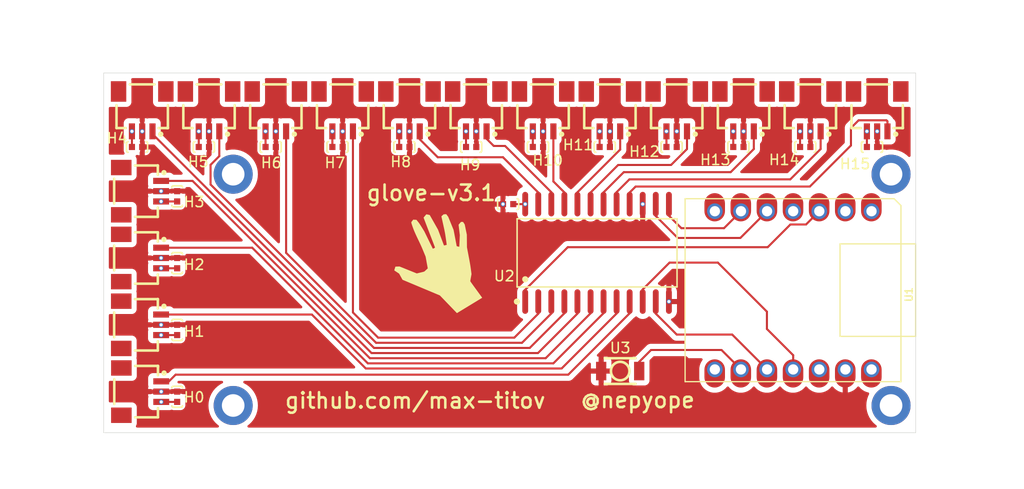
<source format=kicad_pcb>
(kicad_pcb (version 20240108) (generator "pcbnew") (generator_version "8.0")
  (layers (0 "F.Cu" signal) (1 "In1.Cu" power "VCC") (2 "In2.Cu" power "GND") (31 "B.Cu" signal) (34 "B.Paste" user) (35 "F.Paste" user) (36 "B.SilkS" user "B.Silkscreen") (37 "F.SilkS" user "F.Silkscreen") (38 "B.Mask" user) (39 "F.Mask" user) (44 "Edge.Cuts" user))
  (net 0 "")
  (net 1 "/HALL_0")
  (net 2 "GND")
  (net 3 "+3V3")
  (net 10 "/S0")
  (net 11 "/S2")
  (net 12 "/S1")
  (net 13 "/MUX_OUT")
  (net 14 "/S3")
  (net 15 "/HALL_9")
  (net 16 "/HALL_10")
  (net 17 "/HALL_15")
  (net 18 "/HALL_12")
  (net 19 "/HALL_3")
  (net 20 "/HALL_14")
  (net 21 "/HALL_2")
  (net 22 "/HALL_6")
  (net 23 "/HALL_4")
  (net 24 "/HALL_5")
  (net 25 "/HALL_1")
  (net 26 "/HALL_8")
  (net 27 "/HALL_11")
  (net 28 "/HALL_7")
  (net 29 "/HALL_13")
  (net 30 "Net-(U1-PA7_A8_D8_SCK)")
  (footprint "0_easyeda2kicad:C0402" (layer "F.Cu") (at 150.2 31.9 180)
    (property "Reference" "C11" (hide yes))
    (property "Value" "C-0402-0.1uF-16V" (hide yes))
    (pad "1" smd rect (at -0.5 0 180) (size 0.6 0.6) (layers "F.Cu" "F.Paste" "F.Mask") (net 2 "GND"))
    (pad "2" smd rect (at 0.5 0 180) (size 0.6 0.6) (layers "F.Cu" "F.Paste" "F.Mask") (net 3 "+3V3"))
  )
  (footprint "0_easyeda2kicad:C0402" (layer "F.Cu") (at 169.7 31.9 180)
    (property "Reference" "C14" (hide yes))
    (property "Value" "C-0402-0.1uF-16V" (hide yes))
    (pad "1" smd rect (at -0.5 0 180) (size 0.6 0.6) (layers "F.Cu" "F.Paste" "F.Mask") (net 2 "GND"))
    (pad "2" smd rect (at 0.5 0 180) (size 0.6 0.6) (layers "F.Cu" "F.Paste" "F.Mask") (net 3 "+3V3"))
  )
  (footprint "0_easyeda2kicad:C0402" (layer "F.Cu") (at 176.2 31.9 180)
    (property "Reference" "C15" (hide yes))
    (property "Value" "C-0402-0.1uF-16V" (hide yes))
    (pad "1" smd rect (at -0.5 0 180) (size 0.6 0.6) (layers "F.Cu" "F.Paste" "F.Mask") (net 2 "GND"))
    (pad "2" smd rect (at 0.5 0 180) (size 0.6 0.6) (layers "F.Cu" "F.Paste" "F.Mask") (net 3 "+3V3"))
  )
  (footprint "0_easyeda2kicad:CONN-SMD_SM03B-SRSS-TB-LF-SN-P" (layer "F.Cu") (at 163.7 28.44 180)
    (property "Reference" "H13" (at 2.75 -4.71 180) (layer "F.SilkS"))
    (property "Value" "JST-SM03B" (hide yes))
    (pad "1" smd rect (at -1 -1.94 180) (size 0.6 1.55) (layers "F.Cu" "F.Paste" "F.Mask") (net 29 "/HALL_13"))
    (pad "2" smd rect (at 0 -1.94 180) (size 0.6 1.55) (layers "F.Cu" "F.Paste" "F.Mask") (net 2 "GND"))
    (pad "3" smd rect (at 1 -1.94 180) (size 0.6 1.55) (layers "F.Cu" "F.Paste" "F.Mask") (net 3 "+3V3"))
    (pad "4" smd rect (at 2.3 1.94 180) (size 1.5 2) (layers "F.Cu" "F.Paste" "F.Mask"))
    (pad "5" smd rect (at -2.3 1.94 180) (size 1.5 2) (layers "F.Cu" "F.Paste" "F.Mask"))
  )
  (footprint "0_MountingHole:MountingHole_2.2mm_M2_DIN965_Pad" (layer "F.Cu") (at 114.05 34.55)
    (property "Reference" "REF**" (hide yes))
    (property "Value" "MountingHole_2.2mm_M2_DIN965_Pad" (hide yes))
    (pad "1" thru_hole circle (at 0 0) (size 3.8 3.8) (drill 2.2) (layers "*.Cu" "*.Mask"))
  )
  (footprint "0_easyeda2kicad:CONN-SMD_SM03B-SRSS-TB-LF-SN-P" (layer "F.Cu") (at 137.7 28.44 180)
    (property "Reference" "H9" (at 0.6 -5.21 180) (layer "F.SilkS"))
    (property "Value" "JST-SM03B" (hide yes))
    (pad "1" smd rect (at -1 -1.94 180) (size 0.6 1.55) (layers "F.Cu" "F.Paste" "F.Mask") (net 15 "/HALL_9"))
    (pad "2" smd rect (at 0 -1.94 180) (size 0.6 1.55) (layers "F.Cu" "F.Paste" "F.Mask") (net 2 "GND"))
    (pad "3" smd rect (at 1 -1.94 180) (size 0.6 1.55) (layers "F.Cu" "F.Paste" "F.Mask") (net 3 "+3V3"))
    (pad "4" smd rect (at 2.3 1.94 180) (size 1.5 2) (layers "F.Cu" "F.Paste" "F.Mask"))
    (pad "5" smd rect (at -2.3 1.94 180) (size 1.5 2) (layers "F.Cu" "F.Paste" "F.Mask"))
  )
  (footprint "0_easyeda2kicad:CONN-SMD_SM03B-SRSS-TB-LF-SN-P" (layer "F.Cu") (at 170.2 28.44 180)
    (property "Reference" "H14" (at 2.55 -4.71 180) (layer "F.SilkS"))
    (property "Value" "JST-SM03B" (hide yes))
    (pad "1" smd rect (at -1 -1.94 180) (size 0.6 1.55) (layers "F.Cu" "F.Paste" "F.Mask") (net 20 "/HALL_14"))
    (pad "2" smd rect (at 0 -1.94 180) (size 0.6 1.55) (layers "F.Cu" "F.Paste" "F.Mask") (net 2 "GND"))
    (pad "3" smd rect (at 1 -1.94 180) (size 0.6 1.55) (layers "F.Cu" "F.Paste" "F.Mask") (net 3 "+3V3"))
    (pad "4" smd rect (at 2.3 1.94 180) (size 1.5 2) (layers "F.Cu" "F.Paste" "F.Mask"))
    (pad "5" smd rect (at -2.3 1.94 180) (size 1.5 2) (layers "F.Cu" "F.Paste" "F.Mask"))
  )
  (footprint "0_easyeda2kicad:CONN-SMD_SM03B-SRSS-TB-LF-SN-P" (layer "F.Cu") (at 105.1 42.7 -90)
    (property "Reference" "H2" (at 0.65 -5.15 180) (layer "F.SilkS"))
    (property "Value" "JST-SM03B" (hide yes))
    (pad "1" smd rect (at -1 -1.94 270) (size 0.6 1.55) (layers "F.Cu" "F.Paste" "F.Mask") (net 21 "/HALL_2"))
    (pad "2" smd rect (at 0 -1.94 270) (size 0.6 1.55) (layers "F.Cu" "F.Paste" "F.Mask") (net 2 "GND"))
    (pad "3" smd rect (at 1 -1.94 270) (size 0.6 1.55) (layers "F.Cu" "F.Paste" "F.Mask") (net 3 "+3V3"))
    (pad "4" smd rect (at 2.3 1.94 270) (size 1.5 2) (layers "F.Cu" "F.Paste" "F.Mask"))
    (pad "5" smd rect (at -2.3 1.94 270) (size 1.5 2) (layers "F.Cu" "F.Paste" "F.Mask"))
  )
  (footprint "0_easyeda2kicad:C0402" (layer "F.Cu") (at 108.6 36.7 -90)
    (property "Reference" "C3" (hide yes))
    (property "Value" "C-0402-0.1uF-16V" (hide yes))
    (pad "1" smd rect (at -0.5 0 270) (size 0.6 0.6) (layers "F.Cu" "F.Paste" "F.Mask") (net 2 "GND"))
    (pad "2" smd rect (at 0.5 0 270) (size 0.6 0.6) (layers "F.Cu" "F.Paste" "F.Mask") (net 3 "+3V3"))
  )
  (footprint "0_easyeda2kicad:C0402" (layer "F.Cu") (at 111.2 31.9 180)
    (property "Reference" "C5" (hide yes))
    (property "Value" "C-0402-0.1uF-16V" (hide yes))
    (pad "1" smd rect (at -0.5 0 180) (size 0.6 0.6) (layers "F.Cu" "F.Paste" "F.Mask") (net 2 "GND"))
    (pad "2" smd rect (at 0.5 0 180) (size 0.6 0.6) (layers "F.Cu" "F.Paste" "F.Mask") (net 3 "+3V3"))
  )
  (footprint "0_easyeda2kicad:CONN-SMD_SM03B-SRSS-TB-LF-SN-P" (layer "F.Cu") (at 105.1 36.2 -90)
    (property "Reference" "H3" (at 1.05 -5.15 180) (layer "F.SilkS"))
    (property "Value" "JST-SM03B" (hide yes))
    (pad "1" smd rect (at -1 -1.94 270) (size 0.6 1.55) (layers "F.Cu" "F.Paste" "F.Mask") (net 19 "/HALL_3"))
    (pad "2" smd rect (at 0 -1.94 270) (size 0.6 1.55) (layers "F.Cu" "F.Paste" "F.Mask") (net 2 "GND"))
    (pad "3" smd rect (at 1 -1.94 270) (size 0.6 1.55) (layers "F.Cu" "F.Paste" "F.Mask") (net 3 "+3V3"))
    (pad "4" smd rect (at 2.3 1.94 270) (size 1.5 2) (layers "F.Cu" "F.Paste" "F.Mask"))
    (pad "5" smd rect (at -2.3 1.94 270) (size 1.5 2) (layers "F.Cu" "F.Paste" "F.Mask"))
  )
  (footprint "0_easyeda2kicad:C0402" (layer "F.Cu") (at 108.6 56.2 -90)
    (property "Reference" "C0" (hide yes))
    (property "Value" "C-0402-0.1uF-16V" (hide yes))
    (pad "1" smd rect (at -0.5 0 270) (size 0.6 0.6) (layers "F.Cu" "F.Paste" "F.Mask") (net 2 "GND"))
    (pad "2" smd rect (at 0.5 0 270) (size 0.6 0.6) (layers "F.Cu" "F.Paste" "F.Mask") (net 3 "+3V3"))
  )
  (footprint "0_easyeda2kicad:KEY-SMD_L3.0-W2.5-LS4.0_TD-1183SN" (layer "F.Cu") (at 151.7 53.7 180)
    (property "Reference" "U3" (at 0 2.25 180) (layer "F.SilkS"))
    (property "Value" "2.5x3mm-BUTTON" (hide yes))
    (pad "1" smd rect (at -1.85 0 270) (size 1.8 1) (layers "F.Cu" "F.Paste" "F.Mask") (net 30 "Net-(U1-PA7_A8_D8_SCK)"))
    (pad "2" smd rect (at 1.85 0 270) (size 1.8 1) (layers "F.Cu" "F.Paste" "F.Mask") (net 2 "GND"))
  )
  (footprint "0_MountingHole:MountingHole_2.2mm_M2_DIN965_Pad" (layer "F.Cu") (at 178.05 57.05)
    (property "Reference" "REF**" (hide yes))
    (property "Value" "MountingHole_2.2mm_M2_DIN965_Pad" (hide yes))
    (pad "1" thru_hole circle (at 0 0) (size 3.8 3.8) (drill 2.2) (layers "*.Cu" "*.Mask"))
  )
  (footprint "0_easyeda2kicad:C0402" (layer "F.Cu") (at 137.2 31.9 180)
    (property "Reference" "C9" (hide yes))
    (property "Value" "C-0402-0.1uF-16V" (hide yes))
    (pad "1" smd rect (at -0.5 0 180) (size 0.6 0.6) (layers "F.Cu" "F.Paste" "F.Mask") (net 2 "GND"))
    (pad "2" smd rect (at 0.5 0 180) (size 0.6 0.6) (layers "F.Cu" "F.Paste" "F.Mask") (net 3 "+3V3"))
  )
  (footprint "0_easyeda2kicad:C0402" (layer "F.Cu") (at 104.7 31.9 180)
    (property "Reference" "C4" (hide yes))
    (property "Value" "C-0402-0.1uF-16V" (hide yes))
    (pad "1" smd rect (at -0.5 0 180) (size 0.6 0.6) (layers "F.Cu" "F.Paste" "F.Mask") (net 2 "GND"))
    (pad "2" smd rect (at 0.5 0 180) (size 0.6 0.6) (layers "F.Cu" "F.Paste" "F.Mask") (net 3 "+3V3"))
  )
  (footprint "0_easyeda2kicad:CONN-SMD_SM03B-SRSS-TB-LF-SN-P" (layer "F.Cu") (at 144.2 28.44 180)
    (property "Reference" "H10" (at -0.45 -4.76 180) (layer "F.SilkS"))
    (property "Value" "JST-SM03B" (hide yes))
    (pad "1" smd rect (at -1 -1.94 180) (size 0.6 1.55) (layers "F.Cu" "F.Paste" "F.Mask") (net 16 "/HALL_10"))
    (pad "2" smd rect (at 0 -1.94 180) (size 0.6 1.55) (layers "F.Cu" "F.Paste" "F.Mask") (net 2 "GND"))
    (pad "3" smd rect (at 1 -1.94 180) (size 0.6 1.55) (layers "F.Cu" "F.Paste" "F.Mask") (net 3 "+3V3"))
    (pad "4" smd rect (at 2.3 1.94 180) (size 1.5 2) (layers "F.Cu" "F.Paste" "F.Mask"))
    (pad "5" smd rect (at -2.3 1.94 180) (size 1.5 2) (layers "F.Cu" "F.Paste" "F.Mask"))
  )
  (footprint "0_easyeda2kicad:CONN-SMD_SM03B-SRSS-TB-LF-SN-P" (layer "F.Cu") (at 157.2 28.44 180)
    (property "Reference" "H12" (at 3.15 -3.91 180) (layer "F.SilkS"))
    (property "Value" "JST-SM03B" (hide yes))
    (pad "1" smd rect (at -1 -1.94 180) (size 0.6 1.55) (layers "F.Cu" "F.Paste" "F.Mask") (net 18 "/HALL_12"))
    (pad "2" smd rect (at 0 -1.94 180) (size 0.6 1.55) (layers "F.Cu" "F.Paste" "F.Mask") (net 2 "GND"))
    (pad "3" smd rect (at 1 -1.94 180) (size 0.6 1.55) (layers "F.Cu" "F.Paste" "F.Mask") (net 3 "+3V3"))
    (pad "4" smd rect (at 2.3 1.94 180) (size 1.5 2) (layers "F.Cu" "F.Paste" "F.Mask"))
    (pad "5" smd rect (at -2.3 1.94 180) (size 1.5 2) (layers "F.Cu" "F.Paste" "F.Mask"))
  )
  (footprint "0_MountingHole:MountingHole_2.2mm_M2_DIN965_Pad" (layer "F.Cu") (at 114.05 57.05)
    (property "Reference" "REF**" (hide yes))
    (property "Value" "MountingHole_2.2mm_M2_DIN965_Pad" (hide yes))
    (pad "1" thru_hole circle (at 0 0) (size 3.8 3.8) (drill 2.2) (layers "*.Cu" "*.Mask"))
  )
  (footprint "0_easyeda2kicad:C0402" (layer "F.Cu") (at 156.7 31.9 180)
    (property "Reference" "C12" (hide yes))
    (property "Value" "C-0402-0.1uF-16V" (hide yes))
    (pad "1" smd rect (at -0.5 0 180) (size 0.6 0.6) (layers "F.Cu" "F.Paste" "F.Mask") (net 2 "GND"))
    (pad "2" smd rect (at 0.5 0 180) (size 0.6 0.6) (layers "F.Cu" "F.Paste" "F.Mask") (net 3 "+3V3"))
  )
  (footprint "0_easyeda2kicad:CONN-SMD_SM03B-SRSS-TB-LF-SN-P" (layer "F.Cu") (at 105.1 49.2 -90)
    (property "Reference" "H1" (at 0.65 -5.15 180) (layer "F.SilkS"))
    (property "Value" "JST-SM03B" (hide yes))
    (pad "1" smd rect (at -1 -1.94 270) (size 0.6 1.55) (layers "F.Cu" "F.Paste" "F.Mask") (net 25 "/HALL_1"))
    (pad "2" smd rect (at 0 -1.94 270) (size 0.6 1.55) (layers "F.Cu" "F.Paste" "F.Mask") (net 2 "GND"))
    (pad "3" smd rect (at 1 -1.94 270) (size 0.6 1.55) (layers "F.Cu" "F.Paste" "F.Mask") (net 3 "+3V3"))
    (pad "4" smd rect (at 2.3 1.94 270) (size 1.5 2) (layers "F.Cu" "F.Paste" "F.Mask"))
    (pad "5" smd rect (at -2.3 1.94 270) (size 1.5 2) (layers "F.Cu" "F.Paste" "F.Mask"))
  )
  (footprint "0_easyeda2kicad:C0402" (layer "F.Cu") (at 130.7 31.9 180)
    (property "Reference" "C8" (hide yes))
    (property "Value" "C-0402-0.1uF-16V" (hide yes))
    (pad "1" smd rect (at -0.5 0 180) (size 0.6 0.6) (layers "F.Cu" "F.Paste" "F.Mask") (net 2 "GND"))
    (pad "2" smd rect (at 0.5 0 180) (size 0.6 0.6) (layers "F.Cu" "F.Paste" "F.Mask") (net 3 "+3V3"))
  )
  (footprint "0_easyeda2kicad:C0402" (layer "F.Cu") (at 108.6 49.7 -90)
    (property "Reference" "C1" (hide yes))
    (property "Value" "C-0402-0.1uF-16V" (hide yes))
    (pad "1" smd rect (at -0.5 0 270) (size 0.6 0.6) (layers "F.Cu" "F.Paste" "F.Mask") (net 2 "GND"))
    (pad "2" smd rect (at 0.5 0 270) (size 0.6 0.6) (layers "F.Cu" "F.Paste" "F.Mask") (net 3 "+3V3"))
  )
  (footprint "0_xiao_ESP32C3_PCB:MOUDLE14P-SMD-2.54-21X17.8MM" (layer "F.Cu") (at 158.0144 36.9308 -90)
    (property "Reference" "U1" (at 9.3345 -21.7805 -90) (layer "F.SilkS") (effects (font (size 0.7 0.7))))
    (property "Value" "XIAO-ESP32C3")
    (pad "1" smd roundrect (at 0.835 -18.12 270) (size 2.75 2) (layers "F.Cu" "F.Paste" "F.Mask") (roundrect_rratio 0.5))
    (pad "1" thru_hole circle (at 1.2192 -18.1356 270) (size 1.524 1.524) (drill 1) (layers "*.Cu" "*.Mask"))
    (pad "2" smd roundrect (at 0.835 -15.58 270) (size 2.75 2) (layers "F.Cu" "F.Paste" "F.Mask") (roundrect_rratio 0.5))
    (pad "2" thru_hole circle (at 1.2192 -15.5956 270) (size 1.524 1.524) (drill 1) (layers "*.Cu" "*.Mask"))
    (pad "3" smd roundrect (at 0.835 -13.04 270) (size 2.75 2) (layers "F.Cu" "F.Paste" "F.Mask") (roundrect_rratio 0.5) (net 13 "/MUX_OUT"))
    (pad "3" thru_hole circle (at 1.2192 -13.0556 270) (size 1.524 1.524) (drill 1) (layers "*.Cu" "*.Mask") (net 13 "/MUX_OUT"))
    (pad "4" smd roundrect (at 0.835 -10.5 270) (size 2.75 2) (layers "F.Cu" "F.Paste" "F.Mask") (roundrect_rratio 0.5))
    (pad "4" thru_hole circle (at 1.2192 -10.5156 270) (size 1.524 1.524) (drill 1) (layers "*.Cu" "*.Mask"))
    (pad "5" smd roundrect (at 0.835 -7.96 270) (size 2.75 2) (layers "F.Cu" "F.Paste" "F.Mask") (roundrect_rratio 0.5) (net 11 "/S2"))
    (pad "5" thru_hole circle (at 1.2192 -7.9756 270) (size 1.524 1.524) (drill 1) (layers "*.Cu" "*.Mask") (net 11 "/S2"))
    (pad "6" smd roundrect (at 0.835 -5.42 270) (size 2.75 2) (layers "F.Cu" "F.Paste" "F.Mask") (roundrect_rratio 0.5) (net 14 "/S3"))
    (pad "6" thru_hole circle (at 1.2192 -5.4356 270) (size 1.524 1.524) (drill 1) (layers "*.Cu" "*.Mask") (net 14 "/S3"))
    (pad "7" smd roundrect (at 0.835 -2.88 270) (size 2.75 2) (layers "F.Cu" "F.Paste" "F.Mask") (roundrect_rratio 0.5))
    (pad "7" thru_hole circle (at 1.2192 -2.8956 270) (size 1.524 1.524) (drill 1) (layers "*.Cu" "*.Mask"))
    (pad "8" thru_hole circle (at 16.6116 -2.8956 270) (size 1.524 1.524) (drill 1) (layers "*.Cu" "*.Mask"))
    (pad "8" smd roundrect (at 17 -2.88 270) (size 2.75 2) (layers "F.Cu" "F.Paste" "F.Mask") (roundrect_rratio 0.5))
    (pad "9" thru_hole circle (at 16.6116 -5.4356 270) (size 1.524 1.524) (drill 1) (layers "*.Cu" "*.Mask") (net 30 "Net-(U1-PA7_A8_D8_SCK)"))
    (pad "9" smd roundrect (at 17 -5.42 270) (size 2.75 2) (layers "F.Cu" "F.Paste" "F.Mask") (roundrect_rratio 0.5) (net 30 "Net-(U1-PA7_A8_D8_SCK)"))
    (pad "10" thru_hole circle (at 16.6116 -7.9756 270) (size 1.524 1.524) (drill 1) (layers "*.Cu" "*.Mask") (net 12 "/S1"))
    (pad "10" smd roundrect (at 17 -7.96 270) (size 2.75 2) (layers "F.Cu" "F.Paste" "F.Mask") (roundrect_rratio 0.5) (net 12 "/S1"))
    (pad "11" thru_hole circle (at 16.6116 -10.5156 270) (size 1.524 1.524) (drill 1) (layers "*.Cu" "*.Mask") (net 10 "/S0"))
    (pad "11" smd roundrect (at 17 -10.5 270) (size 2.75 2) (layers "F.Cu" "F.Paste" "F.Mask") (roundrect_rratio 0.5) (net 10 "/S0"))
    (pad "12" thru_hole circle (at 16.6116 -13.0556 270) (size 1.524 1.524) (drill 1) (layers "*.Cu" "*.Mask") (net 3 "+3V3"))
    (pad "12" smd roundrect (at 17 -13.04 270) (size 2.75 2) (layers "F.Cu" "F.Paste" "F.Mask") (roundrect_rratio 0.5) (net 3 "+3V3"))
    (pad "13" thru_hole circle (at 16.6116 -15.5956 270) (size 1.524 1.524) (drill 1) (layers "*.Cu" "*.Mask") (net 2 "GND"))
    (pad "13" smd roundrect (at 17 -15.58 270) (size 2.75 2) (layers "F.Cu" "F.Paste" "F.Mask") (roundrect_rratio 0.5) (net 2 "GND"))
    (pad "14" thru_hole circle (at 16.6116 -18.1356 270) (size 1.524 1.524) (drill 1) (layers "*.Cu" "*.Mask"))
    (pad "14" smd roundrect (at 17 -18.12 270) (size 2.75 2) (layers "F.Cu" "F.Paste" "F.Mask") (roundrect_rratio 0.5))
    (zone (net 0) (net_name "") (layer "F.Cu") (connect_pads (clearance 0)) (min_thickness 0.01)
      (keepout (tracks not_allowed) (vias not_allowed) (pads not_allowed) (copperpour not_allowed) (footprints allowed))
      (fill (thermal_gap 0.508) (thermal_bridge_width 0.508))
      (polygon (pts (xy 161.1894 43.2808) (xy 161.1894 48.9958) (xy 158.6494 48.9958) (xy 158.6494 43.2808)))
    )
    (zone (net 0) (net_name "") (layer "F.Cu") (connect_pads (clearance 0)) (min_thickness 0.01)
      (keepout (tracks not_allowed) (vias not_allowed) (pads not_allowed) (copperpour not_allowed) (footprints allowed))
      (fill (thermal_gap 0.508) (thermal_bridge_width 0.508))
      (polygon (pts (xy 169.3174 46.7098) (xy 169.3174 49.7578) (xy 166.2694 49.7578) (xy 166.2694 46.7098)))
    )
    (zone (net 0) (net_name "") (layer "F.Cu") (connect_pads (clearance 0)) (min_thickness 0.01)
      (keepout (tracks not_allowed) (vias not_allowed) (pads not_allowed) (copperpour not_allowed) (footprints allowed))
      (fill (thermal_gap 0.508) (thermal_bridge_width 0.508))
      (polygon (pts (xy 170.7779 39.9153) (xy 170.7779 42.8363) (xy 168.7459 42.8363) (xy 168.7459 39.9153)))
    )
    (zone (net 0) (net_name "") (layer "F.Cu") (connect_pads (clearance 0)) (min_thickness 0.01)
      (keepout (tracks not_allowed) (vias not_allowed) (pads not_allowed) (copperpour not_allowed) (footprints allowed))
      (fill (thermal_gap 0.508) (thermal_bridge_width 0.508))
      (polygon (pts (xy 175.0324 40.6138) (xy 175.0324 42.3918) (xy 172.3654 42.3918) (xy 172.3654 40.6138)))
    )
    (zone (net 0) (net_name "") (layer "F.Cu") (connect_pads (clearance 0)) (min_thickness 0.01)
      (keepout (tracks not_allowed) (vias not_allowed) (pads not_allowed) (copperpour not_allowed) (footprints allowed))
      (fill (thermal_gap 0.508) (thermal_bridge_width 0.508))
      (polygon (pts (xy 175.0324 49.2498) (xy 175.0324 51.0278) (xy 172.3654 51.0278) (xy 172.3654 49.2498)))
    )
    (zone (net 0) (net_name "") (layer "F.Cu") (connect_pads (clearance 0)) (min_thickness 0.01)
      (keepout (tracks not_allowed) (vias not_allowed) (pads not_allowed) (copperpour not_allowed) (footprints allowed))
      (fill (thermal_gap 0.508) (thermal_bridge_width 0.508))
      (polygon (pts (xy 178.3344 43.2808) (xy 178.3344 48.4878) (xy 171.3494 48.4878) (xy 171.3494 43.2808)))
    )
    (zone (net 0) (net_name "") (layer "F.Cu") (connect_pads (clearance 0)) (min_thickness 0.01)
      (keepout (tracks not_allowed) (vias not_allowed) (pads not_allowed) (copperpour not_allowed) (footprints allowed))
      (fill (thermal_gap 0.508) (thermal_bridge_width 0.508))
      (polygon (pts (xy 179.0964 40.6138) (xy 179.0964 42.3918) (xy 176.4294 42.3918) (xy 176.4294 40.6138)))
    )
    (zone (net 0) (net_name "") (layer "F.Cu") (connect_pads (clearance 0)) (min_thickness 0.01)
      (keepout (tracks not_allowed) (vias not_allowed) (pads not_allowed) (copperpour not_allowed) (footprints allowed))
      (fill (thermal_gap 0.508) (thermal_bridge_width 0.508))
      (polygon (pts (xy 179.0964 49.2498) (xy 179.0964 51.0278) (xy 176.4294 51.0278) (xy 176.4294 49.2498)))
    )
  )
  (footprint "0_logos:glove-v1-10mm" (layer "F.Cu") (at 133.615395 43.017741)
    (property "Reference" "G***" (hide yes))
    (property "Value" "LOGO" (hide yes))
  )
  (footprint "0_easyeda2kicad:C0402" (layer "F.Cu") (at 108.6 43.2 -90)
    (property "Reference" "C2" (hide yes))
    (property "Value" "C-0402-0.1uF-16V" (hide yes))
    (pad "1" smd rect (at -0.5 0 270) (size 0.6 0.6) (layers "F.Cu" "F.Paste" "F.Mask") (net 2 "GND"))
    (pad "2" smd rect (at 0.5 0 270) (size 0.6 0.6) (layers "F.Cu" "F.Paste" "F.Mask") (net 3 "+3V3"))
  )
  (footprint "0_easyeda2kicad:C0402" (layer "F.Cu") (at 163.2 31.9 180)
    (property "Reference" "C13" (hide yes))
    (property "Value" "C-0402-0.1uF-16V" (hide yes))
    (pad "1" smd rect (at -0.5 0 180) (size 0.6 0.6) (layers "F.Cu" "F.Paste" "F.Mask") (net 2 "GND"))
    (pad "2" smd rect (at 0.5 0 180) (size 0.6 0.6) (layers "F.Cu" "F.Paste" "F.Mask") (net 3 "+3V3"))
  )
  (footprint "0_easyeda2kicad:C0402" (layer "F.Cu") (at 117.7 31.9 180)
    (property "Reference" "C6" (hide yes))
    (property "Value" "C-0402-0.1uF-16V" (hide yes))
    (pad "1" smd rect (at -0.5 0 180) (size 0.6 0.6) (layers "F.Cu" "F.Paste" "F.Mask") (net 2 "GND"))
    (pad "2" smd rect (at 0.5 0 180) (size 0.6 0.6) (layers "F.Cu" "F.Paste" "F.Mask") (net 3 "+3V3"))
  )
  (footprint "0_easyeda2kicad:CONN-SMD_SM03B-SRSS-TB-LF-SN-P" (layer "F.Cu") (at 150.7 28.44 180)
    (property "Reference" "H11" (at 3.1 -3.26 180) (layer "F.SilkS"))
    (property "Value" "JST-SM03B" (hide yes))
    (pad "1" smd rect (at -1 -1.94 180) (size 0.6 1.55) (layers "F.Cu" "F.Paste" "F.Mask") (net 27 "/HALL_11"))
    (pad "2" smd rect (at 0 -1.94 180) (size 0.6 1.55) (layers "F.Cu" "F.Paste" "F.Mask") (net 2 "GND"))
    (pad "3" smd rect (at 1 -1.94 180) (size 0.6 1.55) (layers "F.Cu" "F.Paste" "F.Mask") (net 3 "+3V3"))
    (pad "4" smd rect (at 2.3 1.94 180) (size 1.5 2) (layers "F.Cu" "F.Paste" "F.Mask"))
    (pad "5" smd rect (at -2.3 1.94 180) (size 1.5 2) (layers "F.Cu" "F.Paste" "F.Mask"))
  )
  (footprint "0_easyeda2kicad:SOIC-24_L15.4-W7.5-P1.27-LS10.3-BL" (layer "F.Cu") (at 149.45 42.2)
    (property "Reference" "U2" (at -9.03 2.26 0) (layer "F.SilkS"))
    (property "Value" "CD74HC4067M96" (hide yes))
    (pad "1" smd oval (at -6.99 4.74) (size 0.57 2.39) (layers "F.Cu" "F.Paste" "F.Mask") (net 13 "/MUX_OUT"))
    (pad "2" smd oval (at -5.72 4.74) (size 0.57 2.39) (layers "F.Cu" "F.Paste" "F.Mask") (net 28 "/HALL_7"))
    (pad "3" smd oval (at -4.45 4.74) (size 0.57 2.39) (layers "F.Cu" "F.Paste" "F.Mask") (net 22 "/HALL_6"))
    (pad "4" smd oval (at -3.18 4.74) (size 0.57 2.39) (layers "F.Cu" "F.Paste" "F.Mask") (net 24 "/HALL_5"))
    (pad "5" smd oval (at -1.91 4.74) (size 0.57 2.39) (layers "F.Cu" "F.Paste" "F.Mask") (net 23 "/HALL_4"))
    (pad "6" smd oval (at -0.63 4.74) (size 0.57 2.39) (layers "F.Cu" "F.Paste" "F.Mask") (net 19 "/HALL_3"))
    (pad "7" smd oval (at 0.63 4.74) (size 0.57 2.39) (layers "F.Cu" "F.Paste" "F.Mask") (net 21 "/HALL_2"))
    (pad "8" smd oval (at 1.9 4.74) (size 0.57 2.39) (layers "F.Cu" "F.Paste" "F.Mask") (net 25 "/HALL_1"))
    (pad "9" smd oval (at 3.17 4.74) (size 0.57 2.39) (layers "F.Cu" "F.Paste" "F.Mask") (net 1 "/HALL_0"))
    (pad "10" smd oval (at 4.44 4.74) (size 0.57 2.39) (layers "F.Cu" "F.Paste" "F.Mask") (net 10 "/S0"))
    (pad "11" smd oval (at 5.71 4.74) (size 0.57 2.39) (layers "F.Cu" "F.Paste" "F.Mask") (net 12 "/S1"))
    (pad "12" smd oval (at 6.99 4.74) (size 0.57 2.39) (layers "F.Cu" "F.Paste" "F.Mask") (net 2 "GND"))
    (pad "13" smd oval (at 6.99 -4.74) (size 0.57 2.39) (layers "F.Cu" "F.Paste" "F.Mask") (net 14 "/S3"))
    (pad "14" smd oval (at 5.71 -4.74) (size 0.57 2.39) (layers "F.Cu" "F.Paste" "F.Mask") (net 11 "/S2"))
    (pad "15" smd oval (at 4.44 -4.74) (size 0.57 2.39) (layers "F.Cu" "F.Paste" "F.Mask") (net 2 "GND"))
    (pad "16" smd oval (at 3.17 -4.74) (size 0.57 2.39) (layers "F.Cu" "F.Paste" "F.Mask") (net 17 "/HALL_15"))
    (pad "17" smd oval (at 1.9 -4.74) (size 0.57 2.39) (layers "F.Cu" "F.Paste" "F.Mask") (net 20 "/HALL_14"))
    (pad "18" smd oval (at 0.63 -4.74) (size 0.57 2.39) (layers "F.Cu" "F.Paste" "F.Mask") (net 29 "/HALL_13"))
    (pad "19" smd oval (at -0.63 -4.74) (size 0.57 2.39) (layers "F.Cu" "F.Paste" "F.Mask") (net 18 "/HALL_12"))
    (pad "20" smd oval (at -1.91 -4.74) (size 0.57 2.39) (layers "F.Cu" "F.Paste" "F.Mask") (net 27 "/HALL_11"))
    (pad "21" smd oval (at -3.18 -4.74) (size 0.57 2.39) (layers "F.Cu" "F.Paste" "F.Mask") (net 16 "/HALL_10"))
    (pad "22" smd oval (at -4.45 -4.74) (size 0.57 2.39) (layers "F.Cu" "F.Paste" "F.Mask") (net 15 "/HALL_9"))
    (pad "23" smd oval (at -5.72 -4.74) (size 0.57 2.39) (layers "F.Cu" "F.Paste" "F.Mask") (net 26 "/HALL_8"))
    (pad "24" smd oval (at -6.99 -4.74) (size 0.57 2.39) (layers "F.Cu" "F.Paste" "F.Mask") (net 3 "+3V3"))
  )
  (footprint "0_easyeda2kicad:CONN-SMD_SM03B-SRSS-TB-LF-SN-P" (layer "F.Cu") (at 118.2 28.44 180)
    (property "Reference" "H6" (at 0.45 -5.01 180) (layer "F.SilkS"))
    (property "Value" "JST-SM03B" (hide yes))
    (pad "1" smd rect (at -1 -1.94 180) (size 0.6 1.55) (layers "F.Cu" "F.Paste" "F.Mask") (net 22 "/HALL_6"))
    (pad "2" smd rect (at 0 -1.94 180) (size 0.6 1.55) (layers "F.Cu" "F.Paste" "F.Mask") (net 2 "GND"))
    (pad "3" smd rect (at 1 -1.94 180) (size 0.6 1.55) (layers "F.Cu" "F.Paste" "F.Mask") (net 3 "+3V3"))
    (pad "4" smd rect (at 2.3 1.94 180) (size 1.5 2) (layers "F.Cu" "F.Paste" "F.Mask"))
    (pad "5" smd rect (at -2.3 1.94 180) (size 1.5 2) (layers "F.Cu" "F.Paste" "F.Mask"))
  )
  (footprint "0_logos:hand-10mm" (layer "F.Cu") (at 133.665395 43.017741)
    (property "Reference" "G***" (hide yes))
    (property "Value" "LOGO" (hide yes))
  )
  (footprint "0_easyeda2kicad:CONN-SMD_SM03B-SRSS-TB-LF-SN-P" (layer "F.Cu") (at 124.7 28.44 180)
    (property "Reference" "H7" (at 0.75 -5.01 180) (layer "F.SilkS"))
    (property "Value" "JST-SM03B" (hide yes))
    (pad "1" smd rect (at -1 -1.94 180) (size 0.6 1.55) (layers "F.Cu" "F.Paste" "F.Mask") (net 28 "/HALL_7"))
    (pad "2" smd rect (at 0 -1.94 180) (size 0.6 1.55) (layers "F.Cu" "F.Paste" "F.Mask") (net 2 "GND"))
    (pad "3" smd rect (at 1 -1.94 180) (size 0.6 1.55) (layers "F.Cu" "F.Paste" "F.Mask") (net 3 "+3V3"))
    (pad "4" smd rect (at 2.3 1.94 180) (size 1.5 2) (layers "F.Cu" "F.Paste" "F.Mask"))
    (pad "5" smd rect (at -2.3 1.94 180) (size 1.5 2) (layers "F.Cu" "F.Paste" "F.Mask"))
  )
  (footprint "0_easyeda2kicad:CONN-SMD_SM03B-SRSS-TB-LF-SN-P" (layer "F.Cu") (at 111.7 28.44 180)
    (property "Reference" "H5" (at 1.05 -4.91 180) (layer "F.SilkS"))
    (property "Value" "JST-SM03B" (hide yes))
    (pad "1" smd rect (at -1 -1.94 180) (size 0.6 1.55) (layers "F.Cu" "F.Paste" "F.Mask") (net 24 "/HALL_5"))
    (pad "2" smd rect (at 0 -1.94 180) (size 0.6 1.55) (layers "F.Cu" "F.Paste" "F.Mask") (net 2 "GND"))
    (pad "3" smd rect (at 1 -1.94 180) (size 0.6 1.55) (layers "F.Cu" "F.Paste" "F.Mask") (net 3 "+3V3"))
    (pad "4" smd rect (at 2.3 1.94 180) (size 1.5 2) (layers "F.Cu" "F.Paste" "F.Mask"))
    (pad "5" smd rect (at -2.3 1.94 180) (size 1.5 2) (layers "F.Cu" "F.Paste" "F.Mask"))
  )
  (footprint "0_easyeda2kicad:CONN-SMD_SM03B-SRSS-TB-LF-SN-P" (layer "F.Cu") (at 105.2 28.44 180)
    (property "Reference" "H4" (at 2.45 -2.61 180) (layer "F.SilkS"))
    (property "Value" "JST-SM03B" (hide yes))
    (pad "1" smd rect (at -1 -1.94 180) (size 0.6 1.55) (layers "F.Cu" "F.Paste" "F.Mask") (net 23 "/HALL_4"))
    (pad "2" smd rect (at 0 -1.94 180) (size 0.6 1.55) (layers "F.Cu" "F.Paste" "F.Mask") (net 2 "GND"))
    (pad "3" smd rect (at 1 -1.94 180) (size 0.6 1.55) (layers "F.Cu" "F.Paste" "F.Mask") (net 3 "+3V3"))
    (pad "4" smd rect (at 2.3 1.94 180) (size 1.5 2) (layers "F.Cu" "F.Paste" "F.Mask"))
    (pad "5" smd rect (at -2.3 1.94 180) (size 1.5 2) (layers "F.Cu" "F.Paste" "F.Mask"))
  )
  (footprint "0_easyeda2kicad:CONN-SMD_SM03B-SRSS-TB-LF-SN-P" (layer "F.Cu") (at 105.1125 55.7 -90)
    (property "Reference" "H0" (at 0.55 -5.1375 180) (layer "F.SilkS"))
    (property "Value" "JST-SM03B" (hide yes))
    (pad "1" smd rect (at -1 -1.94 270) (size 0.6 1.55) (layers "F.Cu" "F.Paste" "F.Mask") (net 1 "/HALL_0"))
    (pad "2" smd rect (at 0 -1.94 270) (size 0.6 1.55) (layers "F.Cu" "F.Paste" "F.Mask") (net 2 "GND"))
    (pad "3" smd rect (at 1 -1.94 270) (size 0.6 1.55) (layers "F.Cu" "F.Paste" "F.Mask") (net 3 "+3V3"))
    (pad "4" smd rect (at 2.3 1.94 270) (size 1.5 2) (layers "F.Cu" "F.Paste" "F.Mask"))
    (pad "5" smd rect (at -2.3 1.94 270) (size 1.5 2) (layers "F.Cu" "F.Paste" "F.Mask"))
  )
  (footprint "0_easyeda2kicad:CONN-SMD_SM03B-SRSS-TB-LF-SN-P" (layer "F.Cu") (at 131.2 28.44 180)
    (property "Reference" "H8" (at 0.85 -4.91 180) (layer "F.SilkS"))
    (property "Value" "JST-SM03B" (hide yes))
    (pad "1" smd rect (at -1 -1.94 180) (size 0.6 1.55) (layers "F.Cu" "F.Paste" "F.Mask") (net 26 "/HALL_8"))
    (pad "2" smd rect (at 0 -1.94 180) (size 0.6 1.55) (layers "F.Cu" "F.Paste" "F.Mask") (net 2 "GND"))
    (pad "3" smd rect (at 1 -1.94 180) (size 0.6 1.55) (layers "F.Cu" "F.Paste" "F.Mask") (net 3 "+3V3"))
    (pad "4" smd rect (at 2.3 1.94 180) (size 1.5 2) (layers "F.Cu" "F.Paste" "F.Mask"))
    (pad "5" smd rect (at -2.3 1.94 180) (size 1.5 2) (layers "F.Cu" "F.Paste" "F.Mask"))
  )
  (footprint "0_easyeda2kicad:C0402" (layer "F.Cu") (at 143.7 31.9 180)
    (property "Reference" "C10" (hide yes))
    (property "Value" "C-0402-0.1uF-16V" (hide yes))
    (pad "1" smd rect (at -0.5 0 180) (size 0.6 0.6) (layers "F.Cu" "F.Paste" "F.Mask") (net 2 "GND"))
    (pad "2" smd rect (at 0.5 0 180) (size 0.6 0.6) (layers "F.Cu" "F.Paste" "F.Mask") (net 3 "+3V3"))
  )
  (footprint "0_easyeda2kicad:CONN-SMD_SM03B-SRSS-TB-LF-SN-P" (layer "F.Cu") (at 176.7 28.44 180)
    (property "Reference" "H15" (at 2.15 -5.11 180) (layer "F.SilkS"))
    (property "Value" "JST-SM03B" (hide yes))
    (pad "1" smd rect (at -1 -1.94 180) (size 0.6 1.55) (layers "F.Cu" "F.Paste" "F.Mask") (net 17 "/HALL_15"))
    (pad "2" smd rect (at 0 -1.94 180) (size 0.6 1.55) (layers "F.Cu" "F.Paste" "F.Mask") (net 2 "GND"))
    (pad "3" smd rect (at 1 -1.94 180) (size 0.6 1.55) (layers "F.Cu" "F.Paste" "F.Mask") (net 3 "+3V3"))
    (pad "4" smd rect (at 2.3 1.94 180) (size 1.5 2) (layers "F.Cu" "F.Paste" "F.Mask"))
    (pad "5" smd rect (at -2.3 1.94 180) (size 1.5 2) (layers "F.Cu" "F.Paste" "F.Mask"))
  )
  (footprint "0_easyeda2kicad:C0402" (layer "F.Cu") (at 140.8 37.46 180)
    (property "Reference" "C16" (hide yes))
    (property "Value" "C-0402-0.1uF-16V" (hide yes))
    (pad "1" smd rect (at -0.5 0 180) (size 0.6 0.6) (layers "F.Cu" "F.Paste" "F.Mask") (net 3 "+3V3"))
    (pad "2" smd rect (at 0.5 0 180) (size 0.6 0.6) (layers "F.Cu" "F.Paste" "F.Mask") (net 2 "GND"))
  )
  (footprint "0_easyeda2kicad:C0402" (layer "F.Cu") (at 124.2 31.9 180)
    (property "Reference" "C7" (hide yes))
    (property "Value" "C-0402-0.1uF-16V" (hide yes))
    (pad "1" smd rect (at -0.5 0 180) (size 0.6 0.6) (layers "F.Cu" "F.Paste" "F.Mask") (net 2 "GND"))
    (pad "2" smd rect (at 0.5 0 180) (size 0.6 0.6) (layers "F.Cu" "F.Paste" "F.Mask") (net 3 "+3V3"))
  )
  (footprint "0_MountingHole:MountingHole_2.2mm_M2_DIN965_Pad" (layer "F.Cu") (at 178.05 34.55)
    (property "Reference" "REF**" (hide yes))
    (property "Value" "MountingHole_2.2mm_M2_DIN965_Pad" (hide yes))
    (pad "1" thru_hole circle (at 0 0) (size 3.8 3.8) (drill 2.2) (layers "*.Cu" "*.Mask"))
  )
  (gr_rect (start 101.45 24.7) (end 180.45 59.7) (stroke (width 0.05)) (fill none) (layer "Edge.Cuts"))
  (gr_text "@nepyope" (at 147.7 57.4 0) (layer "F.SilkS") (effects (font (size 1.5 1.5) (thickness 0.25) (bold yes)) (justify left bottom)))
  (gr_text "github.com/max-titov" (at 118.95 57.45 0) (layer "F.SilkS") (effects (font (size 1.5 1.5) (thickness 0.25) (bold yes)) (justify left bottom)))
  (gr_text "glove-v3.1" (at 126.9 37.25 0) (layer "F.SilkS") (effects (font (size 1.5 1.5) (thickness 0.25) (bold yes)) (justify left bottom)))
  (segment (start 146.65 54.05) (end 152.62 48.08) (width 0.2) (layer "F.Cu") (net 1))
  (segment (start 108.45 54.05) (end 146.65 54.05) (width 0.2) (layer "F.Cu") (net 1))
  (segment (start 152.62 48.08) (end 152.62 46.94) (width 0.2) (layer "F.Cu") (net 1))
  (segment (start 107.8 54.7) (end 108.45 54.05) (width 0.2) (layer "F.Cu") (net 1))
  (segment (start 107.0525 54.7) (end 107.8 54.7) (width 0.2) (layer "F.Cu") (net 1))
  (segment (start 107.04 36.2) (end 108.6 36.2) (width 0.2) (layer "F.Cu") (net 2))
  (segment (start 107.04 42.7) (end 108.6 42.7) (width 0.2) (layer "F.Cu") (net 2))
  (segment (start 107.04 49.2) (end 108.6 49.2) (width 0.2) (layer "F.Cu") (net 2))
  (segment (start 131.2 30.38) (end 131.2 31.9) (width 0.2) (layer "F.Cu") (net 2))
  (segment (start 150.7 30.38) (end 150.7 31.9) (width 0.2) (layer "F.Cu") (net 2))
  (segment (start 124.7 30.38) (end 124.7 31.9) (width 0.2) (layer "F.Cu") (net 2))
  (segment (start 144.2 30.38) (end 144.2 31.9) (width 0.2) (layer "F.Cu") (net 2))
  (segment (start 107.0525 55.7) (end 108.6 55.7) (width 0.2) (layer "F.Cu") (net 2))
  (segment (start 170.2 30.38) (end 170.2 31.9) (width 0.2) (layer "F.Cu") (net 2))
  (segment (start 176.7 30.38) (end 176.7 31.9) (width 0.2) (layer "F.Cu") (net 2))
  (segment (start 163.7 30.38) (end 163.7 31.9) (width 0.2) (layer "F.Cu") (net 2))
  (segment (start 157.2 30.38) (end 157.2 31.9) (width 0.2) (layer "F.Cu") (net 2))
  (segment (start 118.2 30.38) (end 118.2 31.9) (width 0.2) (layer "F.Cu") (net 2))
  (segment (start 137.7 30.38) (end 137.7 31.9) (width 0.2) (layer "F.Cu") (net 2))
  (segment (start 105.2 30.38) (end 105.2 31.9) (width 0.2) (layer "F.Cu") (net 2))
  (segment (start 111.7 30.38) (end 111.7 31.9) (width 0.2) (layer "F.Cu") (net 2))
  (via (at 107.04 49.2) (size 0.45) (drill 0.3) (layers "F.Cu" "B.Cu") (net 2))
  (via (at 105.2 30.38) (size 0.45) (drill 0.3) (layers "F.Cu" "B.Cu") (net 2))
  (via (at 170.2 30.38) (size 0.45) (drill 0.3) (layers "F.Cu" "B.Cu") (net 2))
  (via (at 131.2 30.38) (size 0.45) (drill 0.3) (layers "F.Cu" "B.Cu") (net 2))
  (via (at 118.2 30.38) (size 0.45) (drill 0.3) (layers "F.Cu" "B.Cu") (net 2))
  (via (at 107.0525 55.7) (size 0.45) (drill 0.3) (layers "F.Cu" "B.Cu") (net 2))
  (via (at 107.04 36.2) (size 0.45) (drill 0.3) (layers "F.Cu" "B.Cu") (net 2))
  (via (at 157.2 30.38) (size 0.45) (drill 0.3) (layers "F.Cu" "B.Cu") (net 2))
  (via (at 144.2 30.38) (size 0.45) (drill 0.3) (layers "F.Cu" "B.Cu") (net 2))
  (via (at 107.04 42.7) (size 0.45) (drill 0.3) (layers "F.Cu" "B.Cu") (net 2))
  (via (at 176.7 30.38) (size 0.45) (drill 0.3) (layers "F.Cu" "B.Cu") (net 2))
  (via (at 124.7 30.38) (size 0.45) (drill 0.3) (layers "F.Cu" "B.Cu") (net 2))
  (via (at 153.89 37.46) (size 0.45) (drill 0.3) (layers "F.Cu" "B.Cu") (net 2))
  (via (at 150.7 30.38) (size 0.45) (drill 0.3) (layers "F.Cu" "B.Cu") (net 2))
  (via (at 163.7 30.38) (size 0.45) (drill 0.3) (layers "F.Cu" "B.Cu") (net 2))
  (via (at 140.3 37.46) (size 0.45) (drill 0.3) (layers "F.Cu" "B.Cu") (net 2))
  (via (at 111.7 30.38) (size 0.45) (drill 0.3) (layers "F.Cu" "B.Cu") (net 2))
  (via (at 137.7 30.38) (size 0.45) (drill 0.3) (layers "F.Cu" "B.Cu") (net 2))
  (via (at 156.44 46.94) (size 0.45) (drill 0.3) (layers "F.Cu" "B.Cu") (net 2))
  (segment (start 123.7 31.9) (end 123.7 30.38) (width 0.2) (layer "F.Cu") (net 3))
  (segment (start 107.0525 56.7) (end 108.6 56.7) (width 0.2) (layer "F.Cu") (net 3))
  (segment (start 104.2 31.9) (end 104.2 30.38) (width 0.2) (layer "F.Cu") (net 3))
  (segment (start 108.6 37.2) (end 107.04 37.2) (width 0.2) (layer "F.Cu") (net 3))
  (segment (start 108.6 43.7) (end 107.04 43.7) (width 0.2) (layer "F.Cu") (net 3))
  (segment (start 149.7 31.9) (end 149.7 30.38) (width 0.2) (layer "F.Cu") (net 3))
  (segment (start 130.2 31.9) (end 130.2 30.38) (width 0.2) (layer "F.Cu") (net 3))
  (segment (start 175.7 30.38) (end 175.7 31.9) (width 0.2) (layer "F.Cu") (net 3))
  (segment (start 136.7 31.9) (end 136.7 30.38) (width 0.2) (layer "F.Cu") (net 3))
  (segment (start 108.6 50.2) (end 107.04 50.2) (width 0.2) (layer "F.Cu") (net 3))
  (segment (start 117.2 31.9) (end 117.2 30.38) (width 0.2) (layer "F.Cu") (net 3))
  (segment (start 141.3 37.46) (end 142.46 37.46) (width 0.2) (layer "F.Cu") (net 3))
  (segment (start 169.2 30.38) (end 169.2 31.9) (width 0.2) (layer "F.Cu") (net 3))
  (segment (start 110.7 31.9) (end 110.7 30.38) (width 0.2) (layer "F.Cu") (net 3))
  (segment (start 162.7 31.9) (end 162.7 30.38) (width 0.2) (layer "F.Cu") (net 3))
  (segment (start 156.2 31.9) (end 156.2 30.38) (width 0.2) (layer "F.Cu") (net 3))
  (segment (start 143.2 31.9) (end 143.2 30.38) (width 0.2) (layer "F.Cu") (net 3))
  (via (at 130.2 30.38) (size 0.45) (drill 0.3) (layers "F.Cu" "B.Cu") (net 3))
  (via (at 169.2 30.38) (size 0.45) (drill 0.3) (layers "F.Cu" "B.Cu") (net 3))
  (via (at 123.7 30.38) (size 0.45) (drill 0.3) (layers "F.Cu" "B.Cu") (net 3))
  (via (at 162.7 30.38) (size 0.45) (drill 0.3) (layers "F.Cu" "B.Cu") (net 3))
  (via (at 110.7 30.38) (size 0.45) (drill 0.3) (layers "F.Cu" "B.Cu") (net 3))
  (via (at 149.7 30.38) (size 0.45) (drill 0.3) (layers "F.Cu" "B.Cu") (net 3))
  (via (at 136.7 30.38) (size 0.45) (drill 0.3) (layers "F.Cu" "B.Cu") (net 3))
  (via (at 107.04 43.7) (size 0.45) (drill 0.3) (layers "F.Cu" "B.Cu") (net 3))
  (via (at 142.46 37.46) (size 0.45) (drill 0.3) (layers "F.Cu" "B.Cu") (net 3))
  (via (at 156.2 30.38) (size 0.45) (drill 0.3) (layers "F.Cu" "B.Cu") (net 3))
  (via (at 104.2 30.38) (size 0.45) (drill 0.3) (layers "F.Cu" "B.Cu") (net 3))
  (via (at 175.7 30.38) (size 0.45) (drill 0.3) (layers "F.Cu" "B.Cu") (net 3))
  (via (at 107.04 37.2) (size 0.45) (drill 0.3) (layers "F.Cu" "B.Cu") (net 3))
  (via (at 143.2 30.38) (size 0.45) (drill 0.3) (layers "F.Cu" "B.Cu") (net 3))
  (via (at 107.04 50.2) (size 0.45) (drill 0.3) (layers "F.Cu" "B.Cu") (net 3))
  (via (at 117.2 30.38) (size 0.45) (drill 0.3) (layers "F.Cu" "B.Cu") (net 3))
  (via (at 107.0525 56.7) (size 0.45) (drill 0.3) (layers "F.Cu" "B.Cu") (net 3))
  (segment (start 168.53 52.159822) (end 168.53 53.5424) (width 0.2) (layer "F.Cu") (net 10))
  (segment (start 165.9744 49.604222) (end 168.53 52.159822) (width 0.2) (layer "F.Cu") (net 10))
  (segment (start 153.89 46.94) (end 153.89 45.76) (width 0.2) (layer "F.Cu") (net 10))
  (segment (start 156.5 43.15) (end 161.200022 43.15) (width 0.2) (layer "F.Cu") (net 10))
  (segment (start 165.9744 47.924378) (end 165.9744 49.604222) (width 0.2) (layer "F.Cu") (net 10))
  (segment (start 161.200022 43.15) (end 165.9744 47.924378) (width 0.2) (layer "F.Cu") (net 10))
  (segment (start 153.89 45.76) (end 156.5 43.15) (width 0.2) (layer "F.Cu") (net 10))
  (segment (start 163.39 40.75) (end 165.99 38.15) (width 0.2) (layer "F.Cu") (net 11))
  (segment (start 157.3 40.75) (end 163.39 40.75) (width 0.2) (layer "F.Cu") (net 11))
  (segment (start 155.16 38.61) (end 157.3 40.75) (width 0.2) (layer "F.Cu") (net 11))
  (segment (start 155.16 37.46) (end 155.16 38.61) (width 0.2) (layer "F.Cu") (net 11))
  (segment (start 165.99 53.5424) (end 162.5976 50.15) (width 0.2) (layer "F.Cu") (net 12))
  (segment (start 162.5976 50.15) (end 157.2 50.15) (width 0.2) (layer "F.Cu") (net 12))
  (segment (start 155.16 48.11) (end 155.16 46.94) (width 0.2) (layer "F.Cu") (net 12))
  (segment (start 157.2 50.15) (end 155.16 48.11) (width 0.2) (layer "F.Cu") (net 12))
  (segment (start 168.2592 39.4408) (end 166.05 41.65) (width 0.2) (layer "F.Cu") (net 13))
  (segment (start 169.7792 39.4408) (end 168.2592 39.4408) (width 0.2) (layer "F.Cu") (net 13))
  (segment (start 166.05 41.65) (end 146.6 41.65) (width 0.2) (layer "F.Cu") (net 13))
  (segment (start 171.07 38.15) (end 169.7792 39.4408) (width 0.2) (layer "F.Cu") (net 13))
  (segment (start 142.46 45.79) (end 142.46 46.94) (width 0.2) (layer "F.Cu") (net 13))
  (segment (start 146.6 41.65) (end 142.46 45.79) (width 0.2) (layer "F.Cu") (net 13))
  (segment (start 161.8 39.8) (end 157.65 39.8) (width 0.2) (layer "F.Cu") (net 14))
  (segment (start 157.65 39.8) (end 156.44 38.59) (width 0.2) (layer "F.Cu") (net 14))
  (segment (start 163.45 38.15) (end 161.8 39.8) (width 0.2) (layer "F.Cu") (net 14))
  (segment (start 156.44 38.59) (end 156.44 37.46) (width 0.2) (layer "F.Cu") (net 14))
  (segment (start 138.7 30.38) (end 138.7 31.1) (width 0.2) (layer "F.Cu") (net 15))
  (segment (start 138.7 31.1) (end 139.4 31.8) (width 0.2) (layer "F.Cu") (net 15))
  (segment (start 140.5 31.8) (end 145 36.3) (width 0.2) (layer "F.Cu") (net 15))
  (segment (start 145 36.3) (end 145 37.46) (width 0.2) (layer "F.Cu") (net 15))
  (segment (start 139.4 31.8) (end 140.5 31.8) (width 0.2) (layer "F.Cu") (net 15))
  (segment (start 146.27 36.32) (end 146.27 37.46) (width 0.2) (layer "F.Cu") (net 16))
  (segment (start 145.2 30.38) (end 145.2 35.25) (width 0.2) (layer "F.Cu") (net 16))
  (segment (start 145.2 35.25) (end 146.27 36.32) (width 0.2) (layer "F.Cu") (net 16))
  (segment (start 170.15 35.75) (end 153.2 35.75) (width 0.2) (layer "F.Cu") (net 17))
  (segment (start 177.6 29.305) (end 174.895 29.305) (width 0.2) (layer "F.Cu") (net 17))
  (segment (start 153.2 35.75) (end 152.62 36.33) (width 0.2) (layer "F.Cu") (net 17))
  (segment (start 174.15 30.05) (end 174.15 31.75) (width 0.2) (layer "F.Cu") (net 17))
  (segment (start 174.15 31.75) (end 170.15 35.75) (width 0.2) (layer "F.Cu") (net 17))
  (segment (start 177.7 30.38) (end 177.7 29.405) (width 0.2) (layer "F.Cu") (net 17))
  (segment (start 177.7 29.405) (end 177.6 29.305) (width 0.2) (layer "F.Cu") (net 17))
  (segment (start 174.895 29.305) (end 174.15 30.05) (width 0.2) (layer "F.Cu") (net 17))
  (segment (start 152.62 36.33) (end 152.62 37.46) (width 0.2) (layer "F.Cu") (net 17))
  (segment (start 156.65 33.65) (end 151.5 33.65) (width 0.2) (layer "F.Cu") (net 18))
  (segment (start 151.5 33.65) (end 148.82 36.33) (width 0.2) (layer "F.Cu") (net 18))
  (segment (start 148.82 36.33) (end 148.82 37.46) (width 0.2) (layer "F.Cu") (net 18))
  (segment (start 158.2 32.1) (end 156.65 33.65) (width 0.2) (layer "F.Cu") (net 18))
  (segment (start 158.2 30.38) (end 158.2 32.1) (width 0.2) (layer "F.Cu") (net 18))
  (segment (start 127.35 52.45) (end 144.45 52.45) (width 0.2) (layer "F.Cu") (net 19))
  (segment (start 110.1 35.2) (end 127.35 52.45) (width 0.2) (layer "F.Cu") (net 19))
  (segment (start 107.04 35.2) (end 110.1 35.2) (width 0.2) (layer "F.Cu") (net 19))
  (segment (start 148.82 48.08) (end 148.82 46.94) (width 0.2) (layer "F.Cu") (net 19))
  (segment (start 144.45 52.45) (end 148.82 48.08) (width 0.2) (layer "F.Cu") (net 19))
  (segment (start 171.2 32.1) (end 168.25 35.05) (width 0.2) (layer "F.Cu") (net 20))
  (segment (start 171.2 30.38) (end 171.2 32.1) (width 0.2) (layer "F.Cu") (net 20))
  (segment (start 152.6 35.05) (end 151.35 36.3) (width 0.2) (layer "F.Cu") (net 20))
  (segment (start 151.35 36.3) (end 151.35 37.46) (width 0.2) (layer "F.Cu") (net 20))
  (segment (start 168.25 35.05) (end 152.6 35.05) (width 0.2) (layer "F.Cu") (net 20))
  (segment (start 107.04 41.7) (end 115.9 41.7) (width 0.2) (layer "F.Cu") (net 21))
  (segment (start 127.15 52.95) (end 145.2 52.95) (width 0.2) (layer "F.Cu") (net 21))
  (segment (start 150.08 48.07) (end 150.08 46.94) (width 0.2) (layer "F.Cu") (net 21))
  (segment (start 145.2 52.95) (end 150.08 48.07) (width 0.2) (layer "F.Cu") (net 21))
  (segment (start 115.9 41.7) (end 127.15 52.95) (width 0.2) (layer "F.Cu") (net 21))
  (segment (start 127.95 50.95) (end 142.15 50.95) (width 0.2) (layer "F.Cu") (net 22))
  (segment (start 145 48.1) (end 145 46.94) (width 0.2) (layer "F.Cu") (net 22))
  (segment (start 119.2 30.38) (end 119.2 42.2) (width 0.2) (layer "F.Cu") (net 22))
  (segment (start 119.2 42.2) (end 127.95 50.95) (width 0.2) (layer "F.Cu") (net 22))
  (segment (start 142.15 50.95) (end 145 48.1) (width 0.2) (layer "F.Cu") (net 22))
  (segment (start 106.2 30.38) (end 106.2 30.64) (width 0.2) (layer "F.Cu") (net 23))
  (segment (start 143.7 51.95) (end 147.54 48.11) (width 0.2) (layer "F.Cu") (net 23))
  (segment (start 106.2 30.64) (end 127.51 51.95) (width 0.2) (layer "F.Cu") (net 23))
  (segment (start 127.51 51.95) (end 143.7 51.95) (width 0.2) (layer "F.Cu") (net 23))
  (segment (start 147.54 48.11) (end 147.54 46.94) (width 0.2) (layer "F.Cu") (net 23))
  (segment (start 111.85 33.63873) (end 111.85 35.55) (width 0.2) (layer "F.Cu") (net 24))
  (segment (start 112.7 30.38) (end 112.7 32.78873) (width 0.2) (layer "F.Cu") (net 24))
  (segment (start 127.75 51.45) (end 142.9 51.45) (width 0.2) (layer "F.Cu") (net 24))
  (segment (start 111.85 35.55) (end 127.75 51.45) (width 0.2) (layer "F.Cu") (net 24))
  (segment (start 112.7 32.78873) (end 111.85 33.63873) (width 0.2) (layer "F.Cu") (net 24))
  (segment (start 142.9 51.45) (end 146.27 48.08) (width 0.2) (layer "F.Cu") (net 24))
  (segment (start 146.27 48.08) (end 146.27 46.94) (width 0.2) (layer "F.Cu") (net 24))
  (segment (start 107.04 48.2) (end 121.7 48.2) (width 0.2) (layer "F.Cu") (net 25))
  (segment (start 151.35 48.1) (end 151.35 46.94) (width 0.2) (layer "F.Cu") (net 25))
  (segment (start 121.7 48.2) (end 126.95 53.45) (width 0.2) (layer "F.Cu") (net 25))
  (segment (start 126.95 53.45) (end 146 53.45) (width 0.2) (layer "F.Cu") (net 25))
  (segment (start 146 53.45) (end 151.35 48.1) (width 0.2) (layer "F.Cu") (net 25))
  (segment (start 140.3 32.9) (end 143.73 36.33) (width 0.2) (layer "F.Cu") (net 26))
  (segment (start 133.95 32.9) (end 140.3 32.9) (width 0.2) (layer "F.Cu") (net 26))
  (segment (start 132.2 30.38) (end 132.2 31.15) (width 0.2) (layer "F.Cu") (net 26))
  (segment (start 132.2 31.15) (end 133.95 32.9) (width 0.2) (layer "F.Cu") (net 26))
  (segment (start 143.73 36.33) (end 143.73 37.46) (width 0.2) (layer "F.Cu") (net 26))
  (segment (start 151.7 30.38) (end 151.7 32.15) (width 0.2) (layer "F.Cu") (net 27))
  (segment (start 147.54 36.31) (end 147.54 37.46) (width 0.2) (layer "F.Cu") (net 27))
  (segment (start 151.7 32.15) (end 147.54 36.31) (width 0.2) (layer "F.Cu") (net 27))
  (segment (start 141.4 50.45) (end 143.73 48.12) (width 0.2) (layer "F.Cu") (net 28))
  (segment (start 125.7 48) (end 128.15 50.45) (width 0.2) (layer "F.Cu") (net 28))
  (segment (start 125.7 30.38) (end 125.7 48) (width 0.2) (layer "F.Cu") (net 28))
  (segment (start 143.73 48.12) (end 143.73 46.94) (width 0.2) (layer "F.Cu") (net 28))
  (segment (start 128.15 50.45) (end 141.4 50.45) (width 0.2) (layer "F.Cu") (net 28))
  (segment (start 164.7 30.38) (end 164.7 32.1) (width 0.2) (layer "F.Cu") (net 29))
  (segment (start 164.7 32.1) (end 162.45 34.35) (width 0.2) (layer "F.Cu") (net 29))
  (segment (start 162.45 34.35) (end 152.05 34.35) (width 0.2) (layer "F.Cu") (net 29))
  (segment (start 150.08 36.32) (end 150.08 37.46) (width 0.2) (layer "F.Cu") (net 29))
  (segment (start 152.05 34.35) (end 150.08 36.32) (width 0.2) (layer "F.Cu") (net 29))
  (segment (start 153.55 52.8) (end 154.7 51.65) (width 0.2) (layer "F.Cu") (net 30))
  (segment (start 154.7 51.65) (end 161.5576 51.65) (width 0.2) (layer "F.Cu") (net 30))
  (segment (start 161.5576 51.65) (end 163.45 53.5424) (width 0.2) (layer "F.Cu") (net 30))
  (segment (start 153.55 53.7) (end 153.55 52.8) (width 0.2) (layer "F.Cu") (net 30))
  (zone (net 2) (net_name "GND") (layer "F.Cu") (priority 2) (connect_pads (clearance 0.5)) (min_thickness 0.25) (fill yes (thermal_gap 0.5) (thermal_bridge_width 0.5))
    (polygon (pts (xy 101.45 24.65) (xy 180.45 24.65) (xy 180.45 39.25) (xy 180.35 39.35) (xy 158.05 39.35) (xy 158.05 52.15) (xy 158.35 52.45) (xy 171.75 52.45) (xy 172.15 52.85) (xy 172.15 54.85) (xy 172.35 55.05) (xy 174.75 55.05) (xy 175.05 54.75) (xy 175.05 52.45) (xy 180.45 52.45) (xy 180.45 59.7) (xy 101.45 59.7)))
  )
)
</source>
